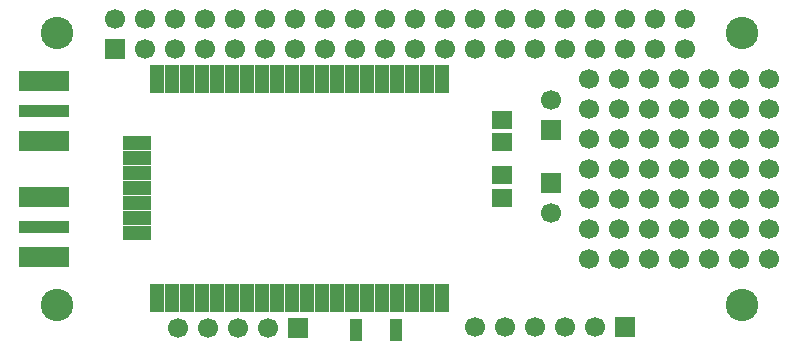
<source format=gbr>
G04 DipTrace 3.1.0.0*
G04 TopMask.gbr*
%MOMM*%
G04 #@! TF.FileFunction,Soldermask,Top*
G04 #@! TF.Part,Single*
%ADD38C,2.75*%
%ADD45R,2.474X1.21*%
%ADD47R,1.21X2.474*%
%ADD49R,1.0X1.9*%
%ADD51R,4.26X1.05*%
%ADD53R,4.26X1.72*%
%ADD57C,1.7*%
%ADD59C,1.7*%
%ADD61R,1.7X1.7*%
%ADD65R,1.7X1.5*%
%FSLAX35Y35*%
G04*
G71*
G90*
G75*
G01*
G04 TopMask*
%LPD*%
D65*
X5115000Y2725000D3*
Y2915000D3*
Y2445000D3*
Y2255000D3*
D38*
X1349667Y1349000D3*
Y3649333D3*
X7150000D3*
X7149667Y1348667D3*
D61*
X1843667Y3517000D3*
D59*
Y3771000D3*
X2097667Y3517000D3*
Y3771000D3*
X2351667Y3517000D3*
Y3771000D3*
X2605667Y3517000D3*
Y3771000D3*
X2859667Y3517000D3*
Y3771000D3*
X3113667Y3517000D3*
Y3771000D3*
X3367667Y3517000D3*
Y3771000D3*
X3621667Y3517000D3*
Y3771000D3*
X3875667Y3517000D3*
Y3771000D3*
X4129667Y3517000D3*
Y3771000D3*
X4383667Y3517000D3*
Y3771000D3*
X4637667Y3517000D3*
Y3771000D3*
X4891667Y3517000D3*
Y3771000D3*
X5145667Y3517000D3*
Y3771000D3*
X5399667Y3517000D3*
Y3771000D3*
X5653667Y3517000D3*
Y3771000D3*
X5907667Y3517000D3*
Y3771000D3*
X6161667Y3517000D3*
Y3771000D3*
X6415667Y3517000D3*
Y3771000D3*
X6669667Y3517000D3*
Y3771000D3*
D61*
X6160000Y1160000D3*
D59*
X5906000D3*
X5652000D3*
X5398000D3*
X5144000D3*
X4890000D3*
D61*
X5530000Y2380000D3*
D59*
Y2126000D3*
D61*
Y2830000D3*
D59*
Y3084000D3*
D57*
X5852000Y3002000D3*
X6106000D3*
X6360000D3*
X6614000D3*
X6868000D3*
X7122000D3*
X7376000D3*
X5852000Y2748000D3*
X6106000D3*
X6360000D3*
X6614000D3*
X6868000D3*
X7122000D3*
X7376000D3*
Y2494000D3*
X7122000D3*
X6868000D3*
X6614000D3*
X6360000D3*
X6106000D3*
X5852000D3*
Y2240000D3*
X6106000D3*
X6360000D3*
X6614000D3*
X6868000D3*
X7122000D3*
X7376000D3*
Y1986000D3*
X7122000D3*
X6868000D3*
X6614000D3*
X6360000D3*
X6106000D3*
X5852000D3*
Y1732000D3*
X6106000D3*
X6360000D3*
X6614000D3*
X6868000D3*
X7122000D3*
X7376000D3*
X5852000Y3256000D3*
X6106000D3*
X6360000D3*
X6614000D3*
X6868000D3*
X7122000D3*
X7376000D3*
D61*
X3386333Y1147000D3*
D59*
X3132333D3*
X2878333D3*
X2624333D3*
X2370333D3*
D53*
X1241333Y2735000D3*
D51*
X1242333Y2989000D3*
D53*
Y3242000D3*
X1242000Y1750000D3*
D51*
X1243000Y2004000D3*
D53*
Y2257000D3*
D49*
X4220000Y1130000D3*
X3880000D3*
D47*
X4608333Y3259333D3*
X4481333D3*
X4354333D3*
X4227333D3*
X4100333D3*
X3973333D3*
X3846333D3*
X3719333D3*
X3592333D3*
X3465333D3*
X3338333D3*
X3211333D3*
X3084333D3*
X2957333D3*
X2830333D3*
X2703333D3*
X2576333D3*
X2449333D3*
X2322333D3*
X2195333D3*
D45*
X2030833Y2713833D3*
Y2586833D3*
Y2459833D3*
Y2332833D3*
Y2205833D3*
Y2078833D3*
Y1951833D3*
D47*
X2195333Y1406333D3*
X2322333D3*
X2449333D3*
X2576333D3*
X2703333D3*
X2830333D3*
X2957333D3*
X3084333D3*
X3211333D3*
X3338333D3*
X3465333D3*
X3592333D3*
X3719333D3*
X3846333D3*
X3973333D3*
X4100333D3*
X4227333D3*
X4354333D3*
X4481333D3*
X4608333D3*
M02*

</source>
